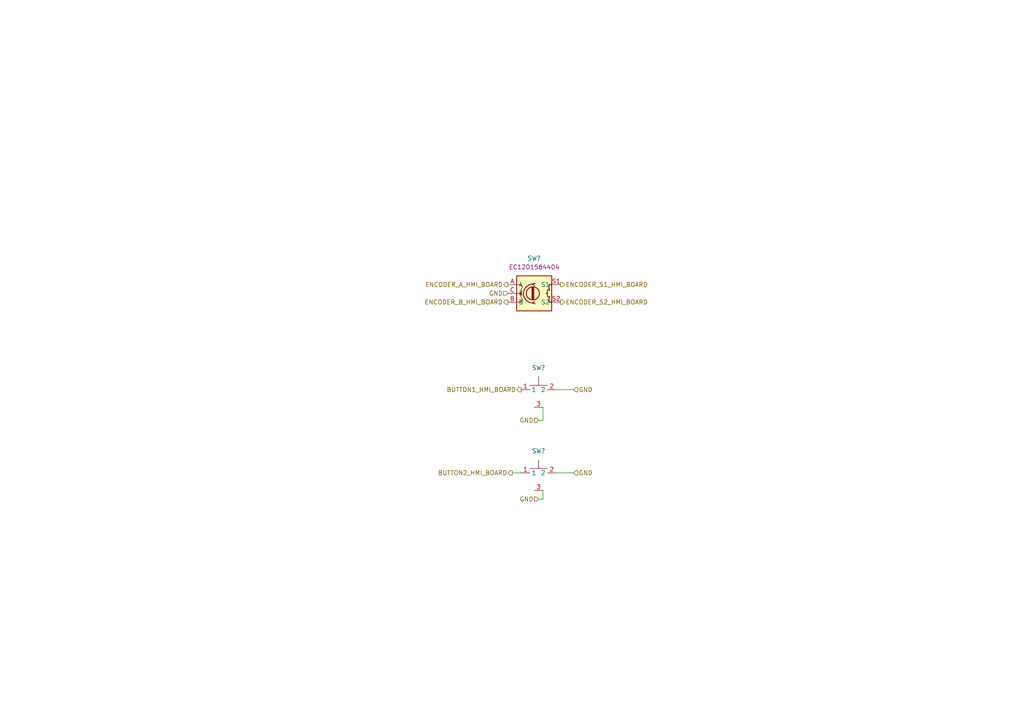
<source format=kicad_sch>
(kicad_sch (version 20230121) (generator eeschema)
  (paper "A4")
  (lib_symbols
    (symbol ".mounted-lib:SW_EC12D1564404"
      (property "Reference" "SW?" (at -5.08 8.89 0))
      (property "DisplayValue" "EC12D1564404" (at -5.08 6.35 0))
      (symbol "SW_EC12D1564404_0_1"
        (rectangle (start -5.08 5.08) (end 5.08 -5.08) (stroke (width 0.254)) (fill (type background)))
        (circle (center -3.81 0) (radius 0.254) (fill (type outline)))
        (circle (center -0.381 0) (radius 1.905) (stroke (width 0.254)))
        (arc (start -0.381 2.667) (mid -3.0988 -0.0635) (end -0.381 -2.794) (stroke (width 0.254)))
        (polyline (pts (xy -0.635 -1.778) (xy -0.635 1.778)) (stroke (width 0.254)))
        (polyline (pts (xy -0.381 -1.778) (xy -0.381 1.778)) (stroke (width 0.254)))
        (polyline (pts (xy -0.127 1.778) (xy -0.127 -1.778)) (stroke (width 0.254)))
        (polyline (pts (xy 3.81 0) (xy 3.429 0)) (stroke (width 0.254)))
        (polyline (pts (xy 3.81 1.016) (xy 3.81 -1.016)) (stroke (width 0.254)))
        (polyline (pts (xy -5.08 -2.54) (xy -3.81 -2.54) (xy -3.81 -2.032)))
        (polyline (pts (xy -5.08 2.54) (xy -3.81 2.54) (xy -3.81 2.032)))
        (polyline (pts (xy 0.254 -3.048) (xy -0.508 -2.794) (xy 0.127 -2.413)) (stroke (width 0.254)))
        (polyline (pts (xy 0.254 2.921) (xy -0.508 2.667) (xy 0.127 2.286)) (stroke (width 0.254)))
        (polyline (pts (xy 5.08 -2.54) (xy 4.318 -2.54) (xy 4.318 -1.016)) (stroke (width 0.254)))
        (polyline (pts (xy 5.08 2.54) (xy 4.318 2.54) (xy 4.318 1.016)) (stroke (width 0.254)))
        (polyline (pts (xy -5.08 0) (xy -3.81 0) (xy -3.81 -1.016) (xy -3.302 -2.032)))
        (polyline (pts (xy -4.318 0) (xy -3.81 0) (xy -3.81 1.016) (xy -3.302 2.032)))
        (circle (center 4.318 -1.016) (radius 0.127) (stroke (width 0.254)))
        (circle (center 4.318 1.016) (radius 0.127) (stroke (width 0.254)))
      )
      (symbol "SW_EC12D1564404_1_1"
        (pin passive line (at -7.62 2.54 0) (length 2.54) (name "A") (number "A"))
        (pin passive line (at -7.62 -2.54 0) (length 2.54) (name "B") (number "B"))
        (pin passive line (at -7.62 0 0) (length 2.54) (name "C") (number "C"))
        (pin passive line (at 7.62 2.54 180) (length 2.54) (name "S1") (number "S1"))
        (pin passive line (at 7.62 -2.54 180) (length 2.54) (name "S2") (number "S2"))
      )
    )
    (symbol ".mounted-lib:SW_SKRTLAE010"
      (property "Reference" "SW?" (at -2.54 3.81 0))
      (symbol "SW_SKRTLAE010_0_1"
        (polyline (pts (xy 0 2.54) (xy 0 0) (xy 2.54 0) (xy -2.54 0)))
      )
      (symbol "SW_SKRTLAE010_1_1"
        (pin input line (at -5.08 -1.27 0) (length 2.54) (name "1") (number "1"))
        (pin output line (at 5.08 -1.27 180) (length 2.54) (name "2") (number "2"))
        (pin passive line (at 1.27 -6.35 180) (length 2.54) (name "") (number "3"))
      )
    )
  )
  (wire (pts (xy 156.21 121.92) (xy 157.48 121.92)))
  (wire (pts (xy 166.37 113.03) (xy 161.29 113.03)))
  (wire (pts (xy 166.37 137.16) (xy 161.29 137.16)))
  (wire (pts (xy 148.59 137.16) (xy 151.13 137.16)))
  (wire (pts (xy 156.21 144.78) (xy 157.48 144.78)))
  (wire (pts (xy 157.48 144.78) (xy 157.48 142.24)))
  (wire (pts (xy 157.48 121.92) (xy 157.48 118.11)))
  (hierarchical_label "BUTTON2_HMI_BOARD" (shape output) (at 148.59 137.16 180))
  (hierarchical_label "GND" (shape input) (at 156.21 144.78 180))
  (hierarchical_label "GND" (shape input) (at 147.32 85.09 180))
  (hierarchical_label "ENCODER_B_HMI_BOARD" (shape output) (at 147.32 87.63 180))
  (hierarchical_label "ENCODER_S2_HMI_BOARD" (shape output) (at 162.56 87.63 0))
  (hierarchical_label "BUTTON1_HMI_BOARD" (shape output) (at 151.13 113.03 180))
  (hierarchical_label "ENCODER_A_HMI_BOARD" (shape output) (at 147.32 82.55 180))
  (hierarchical_label "GND" (shape input) (at 166.37 137.16 0))
  (hierarchical_label "GND" (shape input) (at 166.37 113.03 0))
  (hierarchical_label "GND" (shape input) (at 156.21 121.92 180))
  (hierarchical_label "ENCODER_S1_HMI_BOARD" (shape output) (at 162.56 82.55 0))
  (symbol (lib_id ".mounted-lib:SW_EC12D1564404") (at 154.94 85.09 0) (unit 1)
    (property "Reference" "SW?" (at 154.94 74.93 0))
    (property "Value" "SW_EC12D1564404" (effects hide))
    (property "Footprint" ".mounted-lib:SW_EC12D1564404" (effects hide))
    (property "Datasheet" "https://tech.alpsalpine.com/e/products/detail/EC12D1564404/" (effects hide))
    (property "Manufacturer" "ALPS ALPINE" (effects hide))
    (property "MPN" "EC12D1564404" (effects hide))
    (property "DisplayValue" "EC12D1564404" (at 154.94 77.47 0))
    (property "CMP_ID" "1081" (effects hide))
    (property "Category" "ELECTROMECHANICAL" (effects hide))
    (property "Family" "ROTARY ENCODER" (effects hide))
    (property "_Created" "JCN 2023-11-15" (effects hide))
    (property "_Checked" "TT 2022-05-23" (effects hide))
    (property "Mount" "SMD" (effects hide))
    (property "TempMin_C" "-40°C" (effects hide))
    (property "TempMax_C" "85°C" (effects hide))
    (property "Automotive" "N" (effects hide))
    (property "MaxHeight_mm" "17.5mm" (effects hide))
    (instances (project "Zoka-MainBoard" (path "" (reference "SW?") (unit 1)) (path "" (reference "SW601") (unit 1))))
  )
  (symbol (lib_id ".mounted-lib:SW_SKRTLAE010") (at 156.21 135.89 0) (unit 1)
    (property "Reference" "SW?" (at 156.21 130.81 0))
    (property "Value" "SW_SKRTLAE010" (effects hide))
    (property "Footprint" ".mounted-lib:SW_SKRTLAE010" (effects hide))
    (property "Datasheet" "https://datasheet.lcsc.com/lcsc/1809191932_ALPSALPINE-SKRTLAE010_C110293.pdf" (effects hide))
    (property "Manufacturer" "ALPS ALPINE" (effects hide))
    (property "MPN" "SKRTLAE010" (effects hide))
    (property "DisplayValue" "SKRTLAE010" (effects hide))
    (property "CMP_ID" "1084" (effects hide))
    (property "Category" "ELECTROMECHANICAL" (effects hide))
    (property "Family" "TACTILE SWITCH" (effects hide))
    (property "_Created" "JCN 2023-11-16" (effects hide))
    (property "Mount" "SMD" (effects hide))
    (property "Package" "RIGHT ANGLE" (effects hide))
    (property "PartStatus" "L3360" (effects hide))
    (property "TempMin_C" "-30°C" (effects hide))
    (property "TempMax_C" "85°C" (effects hide))
    (property "Automotive" "N" (effects hide))
    (property "MaxHeight_mm" "3.3mm" (effects hide))
    (instances (project "Zoka-MainBoard" (path "" (reference "SW?") (unit 1)) (path "" (reference "SW603") (unit 1))))
  )
  (symbol (lib_id ".mounted-lib:SW_SKRTLAE010") (at 156.21 111.76 0) (unit 1)
    (property "Reference" "SW?" (at 156.21 106.68 0))
    (property "Value" "SW_SKRTLAE010" (effects hide))
    (property "Footprint" ".mounted-lib:SW_SKRTLAE010" (effects hide))
    (property "Datasheet" "https://datasheet.lcsc.com/lcsc/1809191932_ALPSALPINE-SKRTLAE010_C110293.pdf" (effects hide))
    (property "Manufacturer" "ALPS ALPINE" (effects hide))
    (property "MPN" "SKRTLAE010" (effects hide))
    (property "DisplayValue" "SKRTLAE010" (effects hide))
    (property "CMP_ID" "1084" (effects hide))
    (property "Category" "ELECTROMECHANICAL" (effects hide))
    (property "Family" "TACTILE SWITCH" (effects hide))
    (property "_Created" "JCN 2023-11-16" (effects hide))
    (property "Mount" "SMD" (effects hide))
    (property "Package" "RIGHT ANGLE" (effects hide))
    (property "PartStatus" "L3360" (effects hide))
    (property "TempMin_C" "-30°C" (effects hide))
    (property "TempMax_C" "85°C" (effects hide))
    (property "Automotive" "N" (effects hide))
    (property "MaxHeight_mm" "3.3mm" (effects hide))
    (instances (project "Zoka-MainBoard" (path "" (reference "SW?") (unit 1)) (path "" (reference "SW602") (unit 1))))
  )
)
</source>
